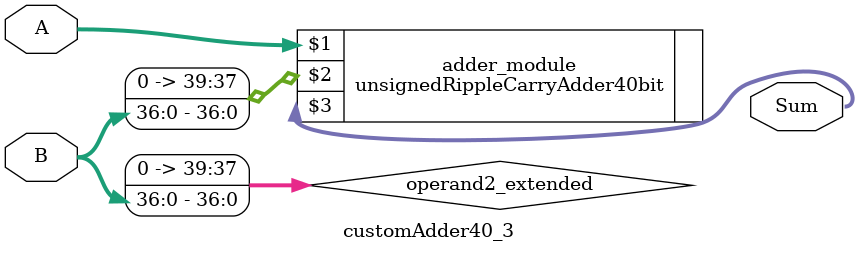
<source format=v>
module customAdder40_3(
                        input [39 : 0] A,
                        input [36 : 0] B,
                        
                        output [40 : 0] Sum
                );

        wire [39 : 0] operand2_extended;
        
        assign operand2_extended =  {3'b0, B};
        
        unsignedRippleCarryAdder40bit adder_module(
            A,
            operand2_extended,
            Sum
        );
        
        endmodule
        
</source>
